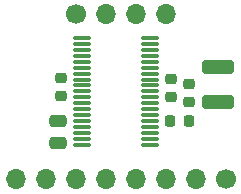
<source format=gts>
G04 #@! TF.GenerationSoftware,KiCad,Pcbnew,8.0.5*
G04 #@! TF.CreationDate,2024-12-14T16:31:39-08:00*
G04 #@! TF.ProjectId,ADS8684 Breakout Board,41445338-3638-4342-9042-7265616b6f75,rev?*
G04 #@! TF.SameCoordinates,Original*
G04 #@! TF.FileFunction,Soldermask,Top*
G04 #@! TF.FilePolarity,Negative*
%FSLAX46Y46*%
G04 Gerber Fmt 4.6, Leading zero omitted, Abs format (unit mm)*
G04 Created by KiCad (PCBNEW 8.0.5) date 2024-12-14 16:31:39*
%MOMM*%
%LPD*%
G01*
G04 APERTURE LIST*
G04 Aperture macros list*
%AMRoundRect*
0 Rectangle with rounded corners*
0 $1 Rounding radius*
0 $2 $3 $4 $5 $6 $7 $8 $9 X,Y pos of 4 corners*
0 Add a 4 corners polygon primitive as box body*
4,1,4,$2,$3,$4,$5,$6,$7,$8,$9,$2,$3,0*
0 Add four circle primitives for the rounded corners*
1,1,$1+$1,$2,$3*
1,1,$1+$1,$4,$5*
1,1,$1+$1,$6,$7*
1,1,$1+$1,$8,$9*
0 Add four rect primitives between the rounded corners*
20,1,$1+$1,$2,$3,$4,$5,0*
20,1,$1+$1,$4,$5,$6,$7,0*
20,1,$1+$1,$6,$7,$8,$9,0*
20,1,$1+$1,$8,$9,$2,$3,0*%
G04 Aperture macros list end*
%ADD10RoundRect,0.225000X-0.250000X0.225000X-0.250000X-0.225000X0.250000X-0.225000X0.250000X0.225000X0*%
%ADD11RoundRect,0.250000X-1.100000X0.325000X-1.100000X-0.325000X1.100000X-0.325000X1.100000X0.325000X0*%
%ADD12RoundRect,0.075000X0.662500X0.075000X-0.662500X0.075000X-0.662500X-0.075000X0.662500X-0.075000X0*%
%ADD13RoundRect,0.225000X-0.225000X-0.250000X0.225000X-0.250000X0.225000X0.250000X-0.225000X0.250000X0*%
%ADD14RoundRect,0.250000X0.475000X-0.250000X0.475000X0.250000X-0.475000X0.250000X-0.475000X-0.250000X0*%
%ADD15C,1.700000*%
%ADD16O,1.700000X1.700000*%
G04 APERTURE END LIST*
D10*
X41990000Y-33827500D03*
X41990000Y-35377500D03*
X31100000Y-33307500D03*
X31100000Y-34857500D03*
X40440000Y-33407500D03*
X40440000Y-34957500D03*
D11*
X44400000Y-32407499D03*
X44400000Y-35357501D03*
D12*
X38632500Y-38962500D03*
X38632500Y-38462500D03*
X38632500Y-37962500D03*
X38632500Y-37462500D03*
X38632500Y-36962500D03*
X38632500Y-36462500D03*
X38632500Y-35962500D03*
X38632500Y-35462500D03*
X38632500Y-34962500D03*
X38632500Y-34462500D03*
X38632500Y-33962500D03*
X38632500Y-33462500D03*
X38632500Y-32962500D03*
X38632500Y-32462500D03*
X38632500Y-31962500D03*
X38632500Y-31462500D03*
X38632500Y-30962500D03*
X38632500Y-30462500D03*
X38632500Y-29962500D03*
X32907500Y-29962500D03*
X32907500Y-30462500D03*
X32907500Y-30962500D03*
X32907500Y-31462500D03*
X32907500Y-31962500D03*
X32907500Y-32462500D03*
X32907500Y-32962500D03*
X32907500Y-33462500D03*
X32907500Y-33962500D03*
X32907500Y-34462500D03*
X32907500Y-34962500D03*
X32907500Y-35462500D03*
X32907500Y-35962500D03*
X32907500Y-36462500D03*
X32907500Y-36962500D03*
X32907500Y-37462500D03*
X32907500Y-37962500D03*
X32907500Y-38462500D03*
X32907500Y-38962500D03*
D13*
X40390000Y-36992500D03*
X41940000Y-36992500D03*
D14*
X30880000Y-38862498D03*
X30880000Y-36962500D03*
D15*
X45085000Y-41910000D03*
D16*
X42545000Y-41910000D03*
X40005001Y-41910000D03*
X37465000Y-41910000D03*
X34925000Y-41910000D03*
X32385000Y-41910000D03*
X29845000Y-41910000D03*
X27304999Y-41910000D03*
D15*
X32385000Y-27940000D03*
D16*
X34924999Y-27940000D03*
X37464999Y-27940000D03*
X40005000Y-27940000D03*
M02*

</source>
